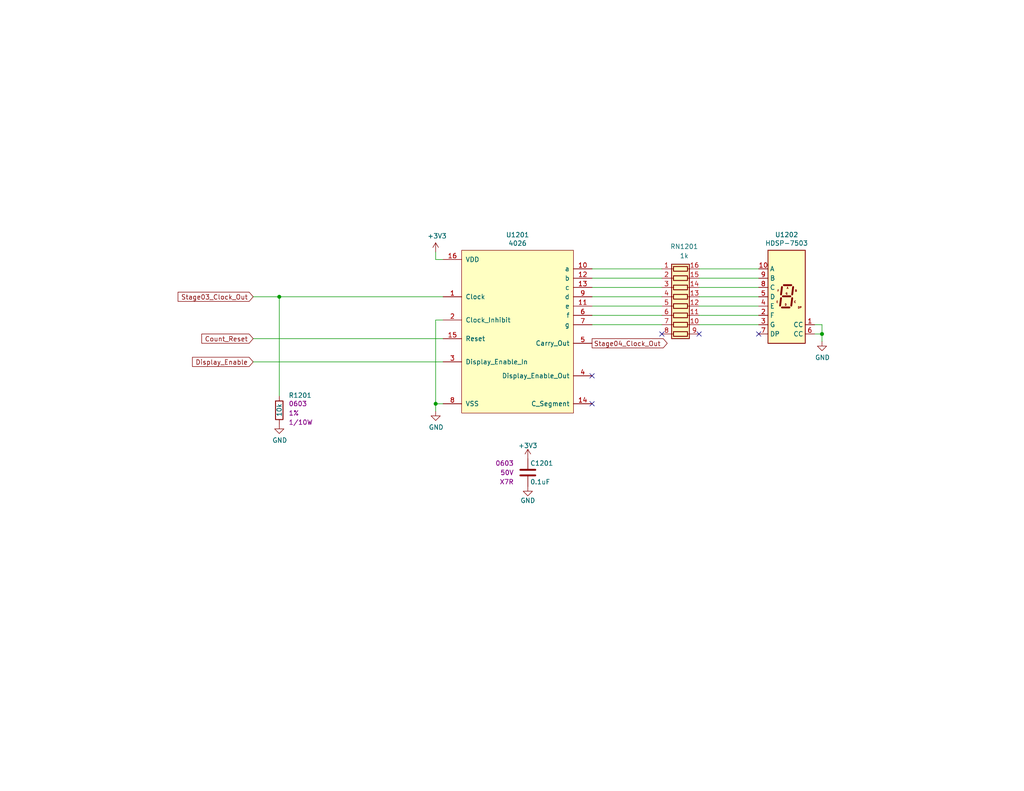
<source format=kicad_sch>
(kicad_sch (version 20230121) (generator eeschema)
  (paper "A")
  (title_block (title "Stopwatch") (date "2024-01-02") (rev "A") (company "Drew Maatman"))
  (lib_symbols
    (symbol "Custom_Library:4026" (pin_names (offset 1.016))
      (property "Reference" "U" (at 30.48 -43.18 0))
      (property "Value" "4026" (at 20.32 3.81 0))
      (symbol "4026_0_1"
        (rectangle (start 5.08 2.54) (end 35.56 -41.91) (fill (type background)))
      )
      (symbol "4026_1_1"
        (pin input line (at 0 -10.16 0) (length 5.08) (name "Clock") (number "1"))
        (pin output line (at 40.64 -2.54 180) (length 5.08) (name "a") (number "10"))
        (pin output line (at 40.64 -12.7 180) (length 5.08) (name "e") (number "11"))
        (pin output line (at 40.64 -5.08 180) (length 5.08) (name "b") (number "12"))
        (pin output line (at 40.64 -7.62 180) (length 5.08) (name "c") (number "13"))
        (pin output line (at 40.64 -39.37 180) (length 5.08) (name "C_Segment") (number "14"))
        (pin input line (at 0 -21.59 0) (length 5.08) (name "Reset") (number "15"))
        (pin power_in line (at 0 0 0) (length 5.08) (name "VDD") (number "16"))
        (pin input line (at 0 -16.51 0) (length 5.08) (name "Clock_Inhibit") (number "2"))
        (pin input line (at 0 -27.94 0) (length 5.08) (name "Display_Enable_In") (number "3"))
        (pin output line (at 40.64 -31.75 180) (length 5.08) (name "Display_Enable_Out") (number "4"))
        (pin output line (at 40.64 -22.86 180) (length 5.08) (name "Carry_Out") (number "5"))
        (pin output line (at 40.64 -15.24 180) (length 5.08) (name "f") (number "6"))
        (pin output line (at 40.64 -17.78 180) (length 5.08) (name "g") (number "7"))
        (pin power_in line (at 0 -39.37 0) (length 5.08) (name "VSS") (number "8"))
        (pin output line (at 40.64 -10.16 180) (length 5.08) (name "d") (number "9"))
      )
    )
    (symbol "Custom_Library:C_Custom" (pin_numbers hide) (pin_names (offset 0.254))
      (property "Reference" "C" (at 0.635 2.54 0))
      (property "Value" "C_Custom" (at 0.635 -2.54 0))
      (property "display_footprint" "Foot" (at -3.81 2.54 0))
      (property "Voltage" "V" (at -3.81 0 0))
      (property "Dielectric" "Er" (at -3.81 -2.54 0))
      (symbol "C_Custom_0_1"
        (polyline (pts (xy -2.032 -0.762) (xy 2.032 -0.762)) (stroke (width 0.508)))
        (polyline (pts (xy -2.032 0.762) (xy 2.032 0.762)) (stroke (width 0.508)))
      )
      (symbol "C_Custom_1_1"
        (pin passive line (at 0 3.81 270) (length 2.794) (name "~") (number "1"))
        (pin passive line (at 0 -3.81 90) (length 2.794) (name "~") (number "2"))
      )
    )
    (symbol "Custom_Library:R_Custom" (pin_numbers hide) (pin_names (offset 1.016) hide)
      (property "Reference" "R" (at -2.54 0 90))
      (property "Value" "R_Custom" (at 0 0 90))
      (property "display_footprint" "Foot" (at 2.54 0 90))
      (property "Tolerance" "Tol" (at 5.08 0 90))
      (property "Wattage" "W" (at 7.62 0 90))
      (symbol "R_Custom_0_1"
        (rectangle (start 1.016 2.54) (end -1.016 -2.54) (stroke (width 0.254)))
      )
      (symbol "R_Custom_1_1"
        (pin passive line (at 0 3.81 270) (length 1.27) (name "1") (number "1"))
        (pin passive line (at 0 -3.81 90) (length 1.27) (name "2") (number "2"))
      )
    )
    (symbol "Device:R_Pack08" (pin_names (offset 0) hide)
      (property "Reference" "RN" (at -12.7 0 90))
      (property "Value" "R_Pack08" (at 10.16 0 90))
      (symbol "R_Pack08_0_1"
        (rectangle (start -11.43 -2.413) (end 8.89 2.413) (stroke (width 0.254)) (fill (type background)))
        (rectangle (start -10.795 1.905) (end -9.525 -1.905) (stroke (width 0.254)))
        (rectangle (start -8.255 1.905) (end -6.985 -1.905) (stroke (width 0.254)))
        (rectangle (start -5.715 1.905) (end -4.445 -1.905) (stroke (width 0.254)))
        (rectangle (start -3.175 1.905) (end -1.905 -1.905) (stroke (width 0.254)))
        (rectangle (start -0.635 1.905) (end 0.635 -1.905) (stroke (width 0.254)))
        (polyline (pts (xy -10.16 -2.54) (xy -10.16 -1.905)))
        (polyline (pts (xy -10.16 1.905) (xy -10.16 2.54)))
        (polyline (pts (xy -7.62 -2.54) (xy -7.62 -1.905)))
        (polyline (pts (xy -7.62 1.905) (xy -7.62 2.54)))
        (polyline (pts (xy -5.08 -2.54) (xy -5.08 -1.905)))
        (polyline (pts (xy -5.08 1.905) (xy -5.08 2.54)))
        (polyline (pts (xy -2.54 -2.54) (xy -2.54 -1.905)))
        (polyline (pts (xy -2.54 1.905) (xy -2.54 2.54)))
        (polyline (pts (xy 0 -2.54) (xy 0 -1.905)))
        (polyline (pts (xy 0 1.905) (xy 0 2.54)))
        (polyline (pts (xy 2.54 -2.54) (xy 2.54 -1.905)))
        (polyline (pts (xy 2.54 1.905) (xy 2.54 2.54)))
        (polyline (pts (xy 5.08 -2.54) (xy 5.08 -1.905)))
        (polyline (pts (xy 5.08 1.905) (xy 5.08 2.54)))
        (polyline (pts (xy 7.62 -2.54) (xy 7.62 -1.905)))
        (polyline (pts (xy 7.62 1.905) (xy 7.62 2.54)))
        (rectangle (start 1.905 1.905) (end 3.175 -1.905) (stroke (width 0.254)))
        (rectangle (start 4.445 1.905) (end 5.715 -1.905) (stroke (width 0.254)))
        (rectangle (start 6.985 1.905) (end 8.255 -1.905) (stroke (width 0.254)))
      )
      (symbol "R_Pack08_1_1"
        (pin passive line (at -10.16 -5.08 90) (length 2.54) (name "R1.1") (number "1"))
        (pin passive line (at 5.08 5.08 270) (length 2.54) (name "R7.2") (number "10"))
        (pin passive line (at 2.54 5.08 270) (length 2.54) (name "R6.2") (number "11"))
        (pin passive line (at 0 5.08 270) (length 2.54) (name "R5.2") (number "12"))
        (pin passive line (at -2.54 5.08 270) (length 2.54) (name "R4.2") (number "13"))
        (pin passive line (at -5.08 5.08 270) (length 2.54) (name "R3.2") (number "14"))
        (pin passive line (at -7.62 5.08 270) (length 2.54) (name "R2.2") (number "15"))
        (pin passive line (at -10.16 5.08 270) (length 2.54) (name "R1.2") (number "16"))
        (pin passive line (at -7.62 -5.08 90) (length 2.54) (name "R2.1") (number "2"))
        (pin passive line (at -5.08 -5.08 90) (length 2.54) (name "R3.1") (number "3"))
        (pin passive line (at -2.54 -5.08 90) (length 2.54) (name "R4.1") (number "4"))
        (pin passive line (at 0 -5.08 90) (length 2.54) (name "R5.1") (number "5"))
        (pin passive line (at 2.54 -5.08 90) (length 2.54) (name "R6.1") (number "6"))
        (pin passive line (at 5.08 -5.08 90) (length 2.54) (name "R7.1") (number "7"))
        (pin passive line (at 7.62 -5.08 90) (length 2.54) (name "R8.1") (number "8"))
        (pin passive line (at 7.62 5.08 270) (length 2.54) (name "R8.2") (number "9"))
      )
    )
    (symbol "Display_Character:HDSP-7503"
      (property "Reference" "U" (at -3.81 13.97 0))
      (property "Value" "HDSP-7503" (at 6.35 13.97 0))
      (symbol "HDSP-7503_1_0"
        (text "A" (at 0.254 2.413 0) (effects (font (size 0.508 0.508))))
        (text "B" (at 2.54 1.651 0) (effects (font (size 0.508 0.508))))
        (text "C" (at 2.286 -1.397 0) (effects (font (size 0.508 0.508))))
        (text "D" (at -0.254 -2.159 0) (effects (font (size 0.508 0.508))))
        (text "DP" (at 3.556 -2.921 0) (effects (font (size 0.508 0.508))))
        (text "E" (at -2.54 -1.397 0) (effects (font (size 0.508 0.508))))
        (text "F" (at -2.286 1.651 0) (effects (font (size 0.508 0.508))))
        (text "G" (at 0 0.889 0) (effects (font (size 0.508 0.508))))
      )
      (symbol "HDSP-7503_1_1"
        (rectangle (start -5.08 12.7) (end 5.08 -12.7) (stroke (width 0.254)) (fill (type background)))
        (polyline (pts (xy -1.524 -0.381) (xy -1.778 -2.413)) (stroke (width 0.508)))
        (polyline (pts (xy -1.27 -2.921) (xy 0.762 -2.921)) (stroke (width 0.508)))
        (polyline (pts (xy -1.27 2.667) (xy -1.524 0.635)) (stroke (width 0.508)))
        (polyline (pts (xy -1.016 0.127) (xy 1.016 0.127)) (stroke (width 0.508)))
        (polyline (pts (xy -0.762 3.175) (xy 1.27 3.175)) (stroke (width 0.508)))
        (polyline (pts (xy 1.524 -0.381) (xy 1.27 -2.413)) (stroke (width 0.508)))
        (polyline (pts (xy 1.778 2.667) (xy 1.524 0.635)) (stroke (width 0.508)))
        (polyline (pts (xy 2.54 -2.921) (xy 2.54 -2.921)) (stroke (width 0.508)))
        (pin input line (at 7.62 -7.62 180) (length 2.54) (name "CC") (number "1"))
        (pin input line (at -7.62 7.62 0) (length 2.54) (name "A") (number "10"))
        (pin input line (at -7.62 -5.08 0) (length 2.54) (name "F") (number "2"))
        (pin input line (at -7.62 -7.62 0) (length 2.54) (name "G") (number "3"))
        (pin input line (at -7.62 -2.54 0) (length 2.54) (name "E") (number "4"))
        (pin input line (at -7.62 0 0) (length 2.54) (name "D") (number "5"))
        (pin input line (at 7.62 -10.16 180) (length 2.54) (name "CC") (number "6"))
        (pin input line (at -7.62 -10.16 0) (length 2.54) (name "DP") (number "7"))
        (pin input line (at -7.62 2.54 0) (length 2.54) (name "C") (number "8"))
        (pin input line (at -7.62 5.08 0) (length 2.54) (name "B") (number "9"))
      )
    )
    (symbol "Incrementor-rescue:+3.3V-power" (power) (pin_names (offset 0))
      (property "Value" "+3.3V-power" (at 0 3.556 0))
      (symbol "+3.3V-power_0_1"
        (polyline (pts (xy -0.762 1.27) (xy 0 2.54)))
        (polyline (pts (xy 0 0) (xy 0 2.54)))
        (polyline (pts (xy 0 2.54) (xy 0.762 1.27)))
      )
      (symbol "+3.3V-power_1_1"
        (pin power_in line (at 0 0 90) (length 0) hide (name "+3V3") (number "1"))
      )
    )
    (symbol "power:GND" (power) (pin_names (offset 0))
      (property "Value" "GND" (at 0 -3.81 0))
      (symbol "GND_0_1"
        (polyline (pts (xy 0 0) (xy 0 -1.27) (xy 1.27 -1.27) (xy 0 -2.54) (xy -1.27 -1.27) (xy 0 -1.27)))
      )
      (symbol "GND_1_1"
        (pin power_in line (at 0 0 270) (length 0) hide (name "GND") (number "1"))
      )
    )
  )
  (junction (at 224.282 91.186))
  (junction (at 118.872 110.236))
  (junction (at 76.2 81.026))
  (no_connect (at 161.544 102.616))
  (no_connect (at 207.01 91.186))
  (no_connect (at 190.754 91.186))
  (no_connect (at 180.594 91.186))
  (no_connect (at 161.544 110.236))
  (wire (pts (xy 190.754 86.106) (xy 207.01 86.106)))
  (wire (pts (xy 161.544 78.486) (xy 180.594 78.486)))
  (wire (pts (xy 118.872 70.866) (xy 120.904 70.866)))
  (wire (pts (xy 161.544 83.566) (xy 180.594 83.566)))
  (wire (pts (xy 69.088 98.806) (xy 120.904 98.806)))
  (wire (pts (xy 190.754 81.026) (xy 207.01 81.026)))
  (wire (pts (xy 190.754 83.566) (xy 207.01 83.566)))
  (wire (pts (xy 190.754 75.946) (xy 207.01 75.946)))
  (wire (pts (xy 190.754 73.406) (xy 207.01 73.406)))
  (wire (pts (xy 69.088 81.026) (xy 76.2 81.026)))
  (wire (pts (xy 76.2 81.026) (xy 76.2 108.204)))
  (wire (pts (xy 161.544 88.646) (xy 180.594 88.646)))
  (wire (pts (xy 190.754 88.646) (xy 207.01 88.646)))
  (wire (pts (xy 120.904 87.376) (xy 118.872 87.376)))
  (wire (pts (xy 161.544 73.406) (xy 180.594 73.406)))
  (wire (pts (xy 161.544 81.026) (xy 180.594 81.026)))
  (wire (pts (xy 161.544 75.946) (xy 180.594 75.946)))
  (wire (pts (xy 118.872 110.236) (xy 120.904 110.236)))
  (wire (pts (xy 118.872 87.376) (xy 118.872 110.236)))
  (wire (pts (xy 161.544 86.106) (xy 180.594 86.106)))
  (wire (pts (xy 118.872 112.268) (xy 118.872 110.236)))
  (wire (pts (xy 224.282 91.186) (xy 224.282 88.646)))
  (wire (pts (xy 224.282 93.218) (xy 224.282 91.186)))
  (wire (pts (xy 120.904 81.026) (xy 76.2 81.026)))
  (wire (pts (xy 69.088 92.456) (xy 120.904 92.456)))
  (wire (pts (xy 118.872 68.834) (xy 118.872 70.866)))
  (wire (pts (xy 224.282 88.646) (xy 222.25 88.646)))
  (wire (pts (xy 222.25 91.186) (xy 224.282 91.186)))
  (wire (pts (xy 190.754 78.486) (xy 207.01 78.486)))
  (global_label "Count_Reset" (shape input) (at 69.088 92.456 180) (property "Intersheetrefs" "${INTERSHEET_REFS}" (effects hide)))
  (global_label "Stage03_Clock_Out" (shape input) (at 69.088 81.026 180) (property "Intersheetrefs" "${INTERSHEET_REFS}" (effects hide)))
  (global_label "Display_Enable" (shape input) (at 69.088 98.806 180) (property "Intersheetrefs" "${INTERSHEET_REFS}" (effects hide)))
  (global_label "Stage04_Clock_Out" (shape output) (at 161.544 93.726 0) (property "Intersheetrefs" "${INTERSHEET_REFS}" (effects hide)))
  (symbol (lib_id "Custom_Library:4026") (at 120.904 70.866 0) (unit 1)
    (property "Reference" "U1201" (at 141.224 64.135 0))
    (property "Value" "4026" (at 141.224 66.4464 0))
    (property "Footprint" "Housings_SSOP:TSSOP-16_4.4x5mm_Pitch0.65mm" (effects hide))
    (property "Digi-Key PN" "296-32878-5-ND" (effects hide))
    (instances (project "Stopwatch" (path "" (reference "U1201") (unit 1)) (path "" (reference "U?") (unit 1))))
  )
  (symbol (lib_id "Incrementor-rescue:+3.3V-power") (at 118.872 68.834 0) (unit 1)
    (property "Reference" "#PWR01204" (effects hide))
    (property "Value" "+3.3V" (at 119.253 64.4398 0))
    (instances (project "Stopwatch" (path "" (reference "#PWR01204") (unit 1)) (path "" (reference "#PWR?") (unit 1))))
  )
  (symbol (lib_id "power:GND") (at 118.872 112.268 0) (unit 1)
    (property "Reference" "#PWR01205" (effects hide))
    (property "Value" "GND" (at 118.999 116.6622 0))
    (instances (project "Stopwatch" (path "" (reference "#PWR01205") (unit 1)) (path "" (reference "#PWR?") (unit 1))))
  )
  (symbol (lib_id "Device:R_Pack08") (at 185.674 83.566 270) (unit 1)
    (property "Reference" "RN1201" (at 186.69 67.31 90))
    (property "Value" "1k" (at 186.69 69.85 90))
    (property "Footprint" "Resistor_SMD:R_Cat16-8" (effects hide))
    (property "Digi-Key PN" "CAT16-102J8LFCT-ND" (effects hide))
    (instances (project "Stopwatch" (path "" (reference "RN1201") (unit 1)) (path "" (reference "RN?") (unit 1))))
  )
  (symbol (lib_id "Display_Character:HDSP-7503") (at 214.63 81.026 0) (unit 1)
    (property "Reference" "U1202" (at 214.63 64.0842 0))
    (property "Value" "HDSP-7503" (at 214.63 66.3956 0))
    (property "Footprint" "Display_7Segment:HDSP-A151" (effects hide))
    (property "Datasheet" "https://docs.broadcom.com/docs/AV02-2553EN" (effects hide))
    (property "Digi-Key PN" "516-1203-5-ND" (effects hide))
    (instances (project "Stopwatch" (path "" (reference "U1202") (unit 1)) (path "" (reference "U?") (unit 1))))
  )
  (symbol (lib_id "power:GND") (at 224.282 93.218 0) (unit 1)
    (property "Reference" "#PWR01208" (effects hide))
    (property "Value" "GND" (at 224.409 97.6122 0))
    (instances (project "Stopwatch" (path "" (reference "#PWR01208") (unit 1)) (path "" (reference "#PWR?") (unit 1))))
  )
  (symbol (lib_id "Custom_Library:R_Custom") (at 76.2 112.014 0) (unit 1)
    (property "Reference" "R1201" (at 78.74 107.95 0) (effects (justify left)))
    (property "Value" "10k" (at 76.2 113.792 90) (effects (justify left)))
    (property "Footprint" "Resistors_SMD:R_0603" (effects hide))
    (property "display_footprint" "0603" (at 78.74 110.236 0) (effects (justify left)))
    (property "Tolerance" "1%" (at 78.74 112.776 0) (effects (justify left)))
    (property "Wattage" "1/10W" (at 78.74 115.316 0) (effects (justify left)))
    (property "Digi-Key PN" "RMCF0603FT10K0CT-ND" (effects hide))
    (instances (project "Stopwatch" (path "" (reference "R1201") (unit 1)) (path "" (reference "R?") (unit 1))))
  )
  (symbol (lib_id "power:GND") (at 76.2 115.824 0) (unit 1)
    (property "Reference" "#PWR01201" (effects hide))
    (property "Value" "GND" (at 76.327 120.2182 0))
    (instances (project "Stopwatch" (path "" (reference "#PWR01201") (unit 1)) (path "" (reference "#PWR?") (unit 1))))
  )
  (symbol (lib_id "Custom_Library:C_Custom") (at 144.018 129.032 0) (unit 1)
    (property "Reference" "C1201" (at 144.653 126.492 0) (effects (justify left)))
    (property "Value" "0.1uF" (at 144.653 131.572 0) (effects (justify left)))
    (property "Footprint" "Capacitors_SMD:C_0603" (effects hide))
    (property "display_footprint" "0603" (at 140.208 126.492 0) (effects (justify right)))
    (property "Voltage" "50V" (at 140.208 129.032 0) (effects (justify right)))
    (property "Dielectric" "X7R" (at 140.208 131.572 0) (effects (justify right)))
    (property "Digi-Key PN" "311-1344-1-ND" (effects hide))
    (instances (project "Stopwatch" (path "" (reference "C1201") (unit 1)) (path "" (reference "C?") (unit 1))))
  )
  (symbol (lib_id "power:GND") (at 144.018 132.842 0) (unit 1)
    (property "Reference" "#PWR01207" (effects hide))
    (property "Value" "GND" (at 144.018 136.652 0))
    (instances (project "Stopwatch" (path "" (reference "#PWR01207") (unit 1)) (path "" (reference "#PWR?") (unit 1))))
  )
  (symbol (lib_id "Incrementor-rescue:+3.3V-power") (at 144.018 125.222 0) (unit 1)
    (property "Reference" "#PWR01206" (effects hide))
    (property "Value" "+3.3V" (at 144.018 121.666 0))
    (instances (project "Stopwatch" (path "" (reference "#PWR01206") (unit 1)) (path "" (reference "#PWR?") (unit 1))))
  )
)
</source>
